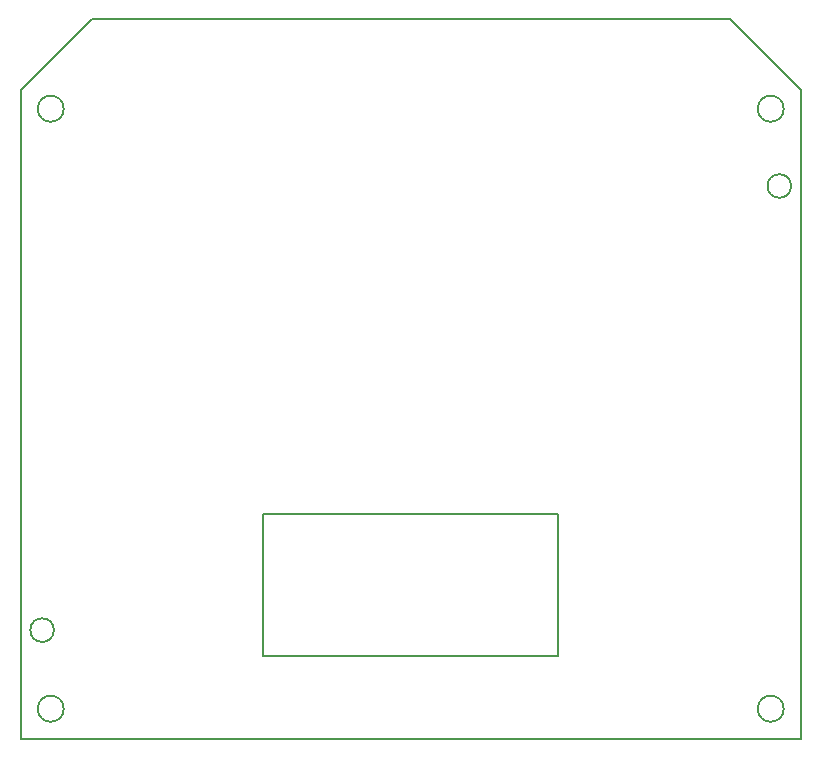
<source format=gbr>
G04 #@! TF.GenerationSoftware,KiCad,Pcbnew,(5.1.4-0-10_14)*
G04 #@! TF.CreationDate,2022-11-21T22:36:57+09:00*
G04 #@! TF.ProjectId,NX19,4e583139-2e6b-4696-9361-645f70636258,rev?*
G04 #@! TF.SameCoordinates,Original*
G04 #@! TF.FileFunction,Profile,NP*
%FSLAX46Y46*%
G04 Gerber Fmt 4.6, Leading zero omitted, Abs format (unit mm)*
G04 Created by KiCad (PCBNEW (5.1.4-0-10_14)) date 2022-11-21 22:36:57*
%MOMM*%
%LPD*%
G04 APERTURE LIST*
%ADD10C,0.200000*%
G04 APERTURE END LIST*
D10*
X176730000Y-124505000D02*
X176730000Y-69545000D01*
X176730000Y-69545000D02*
X170730000Y-63545000D01*
X175290000Y-121965000D02*
G75*
G03X175290000Y-121965000I-1100000J0D01*
G01*
X114330000Y-71165000D02*
G75*
G03X114330000Y-71165000I-1100000J0D01*
G01*
X131210000Y-117505000D02*
X131210000Y-105505000D01*
X110690000Y-124505000D02*
X176730000Y-124505000D01*
X110690000Y-69545000D02*
X110690000Y-124505000D01*
X131210000Y-105505000D02*
X156210000Y-105505000D01*
X170730000Y-63545000D02*
X116690000Y-63545000D01*
X175290000Y-71165000D02*
G75*
G03X175290000Y-71165000I-1100000J0D01*
G01*
X114330000Y-121965000D02*
G75*
G03X114330000Y-121965000I-1100000J0D01*
G01*
X156210000Y-117505000D02*
X131210000Y-117505000D01*
X175920000Y-77705000D02*
G75*
G03X175920000Y-77705000I-1000000J0D01*
G01*
X113500000Y-115305000D02*
G75*
G03X113500000Y-115305000I-1000000J0D01*
G01*
X116690000Y-63545000D02*
X110690000Y-69545000D01*
X156210000Y-105505000D02*
X156210000Y-117505000D01*
M02*

</source>
